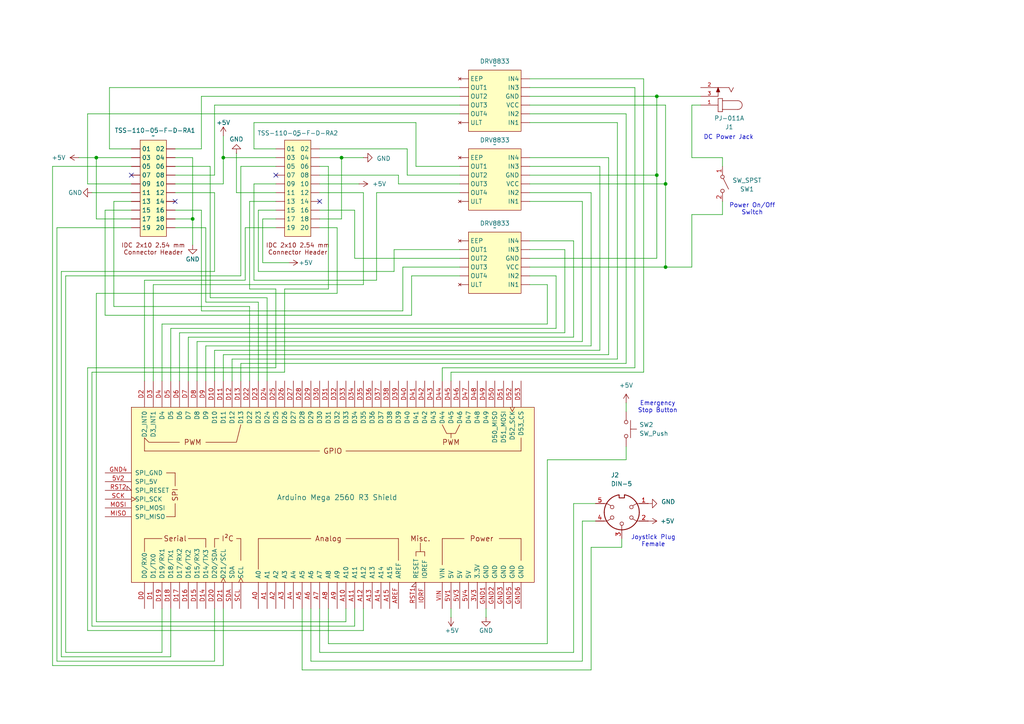
<source format=kicad_sch>
(kicad_sch (version 20231120) (generator "eeschema") (generator_version "8.0")
  (paper "A4")
  (lib_symbols
    (symbol "Connector:DIN-5" (pin_names (offset 1.016))
      (property "Reference" "J" (at 3.175 5.715 0))
      (property "Value" "DIN-5" (at 0 -6.35 0))
      (symbol "DIN-5_0_1"
        (arc (start -5.08 0) (mid -3.8609 -3.3364) (end -0.762 -5.08) (stroke (width 0.254)))
        (circle (center -2.794 -1.524) (radius 0.508))
        (circle (center -2.794 1.524) (radius 0.508))
        (polyline (pts (xy 0 5.08) (xy 0 3.81)))
        (polyline (pts (xy -5.08 -2.54) (xy -4.318 -2.54) (xy -3.175 -1.905)))
        (polyline (pts (xy -5.08 2.54) (xy -4.318 2.54) (xy -3.175 1.905)))
        (polyline (pts (xy 5.08 -2.54) (xy 4.318 -2.54) (xy 3.175 -1.905)))
        (polyline (pts (xy 5.08 2.54) (xy 4.318 2.54) (xy 3.175 1.905)))
        (polyline (pts (xy -0.762 -4.953) (xy -0.762 -4.191) (xy 0.762 -4.191) (xy 0.762 -4.953)) (stroke (width 0.254)))
        (circle (center 0 3.302) (radius 0.508))
        (arc (start 0.762 -5.08) (mid 3.8685 -3.343) (end 5.08 0) (stroke (width 0.254)))
        (circle (center 2.794 -1.524) (radius 0.508))
        (circle (center 2.794 1.524) (radius 0.508))
        (arc (start 5.08 0) (mid 0 5.0579) (end -5.08 0) (stroke (width 0.254)))
      )
      (symbol "DIN-5_1_1"
        (pin passive line (at -7.62 -2.54 0) (length 2.54) (name "~") (number "1"))
        (pin passive line (at -7.62 2.54 0) (length 2.54) (name "~") (number "2"))
        (pin passive line (at 0 7.62 270) (length 2.54) (name "~") (number "3"))
        (pin passive line (at 7.62 2.54 180) (length 2.54) (name "~") (number "4"))
        (pin passive line (at 7.62 -2.54 180) (length 2.54) (name "~") (number "5"))
      )
    )
    (symbol "MyLibrary:DRV8833"
      (property "Reference" "DRV8833" (at 0 -10.668 0))
      (symbol "DRV8833_1_1"
        (rectangle (start -7.62 8.89) (end 7.62 -8.89) (fill (type background)))
        (pin no_connect line (at -10.16 6.35 0) (length 2.54) (name "EEP") (number ""))
        (pin power_in line (at 10.16 1.27 180) (length 2.54) (name "GND") (number ""))
        (pin input line (at 10.16 -6.35 180) (length 2.54) (name "IN1") (number ""))
        (pin input line (at 10.16 -3.81 180) (length 2.54) (name "IN2") (number ""))
        (pin input line (at 10.16 3.81 180) (length 2.54) (name "IN3") (number ""))
        (pin input line (at 10.16 6.35 180) (length 2.54) (name "IN4") (number ""))
        (pin output line (at -10.16 3.81 0) (length 2.54) (name "OUT1") (number ""))
        (pin output line (at -10.16 1.27 0) (length 2.54) (name "OUT2") (number ""))
        (pin output line (at -10.16 -1.27 0) (length 2.54) (name "OUT3") (number ""))
        (pin output line (at -10.16 -3.81 0) (length 2.54) (name "OUT4") (number ""))
        (pin no_connect line (at -10.16 -6.35 0) (length 2.54) (name "ULT") (number ""))
        (pin power_in line (at 10.16 -1.27 180) (length 2.54) (name "VCC") (number ""))
      )
    )
    (symbol "MyLibrary:IDC 2x10 2.54mm  Connector Header"
      (property "Reference" "TSS-110-05-F-D-RA" (at 0.508 16.256 0))
      (symbol "IDC 2x10 2.54mm  Connector Header_1_1"
        (rectangle (start -3.81 13.97) (end 3.81 -13.97) (fill (type background)))
        (text "IDC 2x10 2.54 mm\nConnector Header" (at 0 -17.526 0) (effects (font (size 1.27 1.27))))
        (pin input line (at -6.35 11.43 0) (length 2.54) (name "01") (number ""))
        (pin input line (at 6.35 11.43 180) (length 2.54) (name "02") (number ""))
        (pin input line (at -6.35 8.89 0) (length 2.54) (name "03") (number ""))
        (pin input line (at 6.35 8.89 180) (length 2.54) (name "04") (number ""))
        (pin input line (at -6.35 6.35 0) (length 2.54) (name "05") (number ""))
        (pin input line (at 6.35 6.35 180) (length 2.54) (name "06") (number ""))
        (pin input line (at -6.35 3.81 0) (length 2.54) (name "07") (number ""))
        (pin input line (at 6.35 3.81 180) (length 2.54) (name "08") (number ""))
        (pin input line (at -6.35 1.27 0) (length 2.54) (name "09") (number ""))
        (pin input line (at 6.35 1.27 180) (length 2.54) (name "10") (number ""))
        (pin input line (at -6.35 -1.27 0) (length 2.54) (name "11") (number ""))
        (pin input line (at 6.35 -1.27 180) (length 2.54) (name "12") (number ""))
        (pin input line (at -6.35 -3.81 0) (length 2.54) (name "13") (number ""))
        (pin input line (at 6.35 -3.81 180) (length 2.54) (name "14") (number ""))
        (pin input line (at -6.35 -6.35 0) (length 2.54) (name "15") (number ""))
        (pin input line (at 6.35 -6.35 180) (length 2.54) (name "16") (number ""))
        (pin input line (at -6.35 -8.89 0) (length 2.54) (name "17") (number ""))
        (pin input line (at 6.35 -8.89 180) (length 2.54) (name "18") (number ""))
        (pin input line (at -6.35 -11.43 0) (length 2.54) (name "19") (number ""))
        (pin input line (at 6.35 -11.43 180) (length 2.54) (name "20") (number ""))
      )
    )
    (symbol "PCM_arduino-library:Arduino_Mega2560_R3_Shield" (pin_names (offset 1.016))
      (property "Reference" "A" (at 0 -62.23 0))
      (property "Value" "Arduino_Mega2560_R3_Shield" (at 0 -66.04 0))
      (symbol "Arduino_Mega2560_R3_Shield_0_0"
        (rectangle (start -25.4 -58.42) (end 25.4 58.42) (fill (type background)))
        (rectangle (start -20.32 -31.75) (end -12.7 -31.75))
        (rectangle (start -19.05 -54.61) (end -12.7 -54.61))
        (rectangle (start -19.05 -19.05) (end -12.7 -19.05))
        (rectangle (start -19.05 26.67) (end -12.7 26.67))
        (rectangle (start -17.78 -26.67) (end -16.51 -26.67))
        (rectangle (start -17.78 -24.13) (end -16.51 -24.13))
        (rectangle (start -16.51 -25.4) (end -13.97 -25.4))
        (rectangle (start -16.51 -24.13) (end -16.51 -26.67))
        (rectangle (start -16.51 54.61) (end -12.7 54.61))
        (rectangle (start -15.24 34.29) (end -12.7 34.29))
        (rectangle (start -15.24 36.83) (end -12.7 36.83))
        (rectangle (start -12.7 -54.61) (end -12.7 -48.26))
        (rectangle (start -12.7 -31.75) (end -12.7 -38.1))
        (rectangle (start -12.7 26.67) (end -12.7 27.94))
        (rectangle (start -12.7 34.29) (end -12.7 33.02))
        (rectangle (start -12.7 41.91) (end -12.7 36.83))
        (rectangle (start -12.7 49.53) (end -12.7 54.61))
        (rectangle (start -6.35 48.26) (end -6.35 45.72))
        (rectangle (start -2.54 45.72) (end -6.35 45.72))
        (polyline (pts (xy -21.59 21.59) (xy -12.7 21.59)))
        (polyline (pts (xy -12.7 -19.05) (xy -12.7 -3.81)))
        (polyline (pts (xy -12.7 6.35) (xy -12.7 21.59)))
        (polyline (pts (xy 12.7 -54.61) (xy 16.51 -54.61)))
        (polyline (pts (xy 12.7 54.61) (xy 16.51 54.61)))
        (polyline (pts (xy 17.78 -34.29) (xy 16.51 -34.29)))
        (polyline (pts (xy 15.24 36.83) (xy 15.24 27.94) (xy 20.32 26.67)))
        (polyline (pts (xy 15.24 44.45) (xy 15.24 53.34) (xy 16.51 54.61)))
        (polyline (pts (xy 20.32 -31.75) (xy 17.78 -33.02) (xy 17.78 -35.56) (xy 20.32 -36.83)))
        (rectangle (start 6.35 45.72) (end 2.54 45.72))
        (rectangle (start 6.35 48.26) (end 6.35 45.72))
        (text "Analog" (at -12.7 1.27 900) (effects (font (size 1.524 1.524))))
        (text "I²C" (at -12.7 30.48 900) (effects (font (size 1.524 1.524))))
        (text "Misc." (at -12.7 -25.4 900) (effects (font (size 1.524 1.524))))
        (text "Power" (at -12.7 -43.18 900) (effects (font (size 1.524 1.524))))
        (text "PWM" (at 15.24 -34.29 900) (effects (font (size 1.524 1.524))))
        (text "PWM" (at 15.24 40.64 900) (effects (font (size 1.524 1.524))))
        (text "Serial" (at -12.7 45.72 900) (effects (font (size 1.524 1.524))))
        (text "SPI" (at 0 45.72 0) (effects (font (size 1.524 1.524))))
      )
      (symbol "Arduino_Mega2560_R3_Shield_1_0"
        (rectangle (start 12.7 -54.61) (end 12.7 -3.81))
        (rectangle (start 12.7 54.61) (end 12.7 3.81))
        (text "GPIO" (at 12.7 0 900) (effects (font (size 1.524 1.524))))
      )
      (symbol "Arduino_Mega2560_R3_Shield_1_1"
        (pin power_out line (at -33.02 -41.91 0) (length 7.62) (name "3.3V") (number "3V3"))
        (pin power_in line (at -33.02 -34.29 0) (length 7.62) (name "5V") (number "5V1"))
        (pin power_in line (at 3.81 66.04 270) (length 7.62) (name "SPI_5V") (number "5V2"))
        (pin power_in line (at -33.02 -36.83 0) (length 7.62) (name "5V") (number "5V3"))
        (pin power_in line (at -33.02 -39.37 0) (length 7.62) (name "5V") (number "5V4"))
        (pin bidirectional line (at -33.02 21.59 0) (length 7.62) (name "A0") (number "A0"))
        (pin bidirectional line (at -33.02 19.05 0) (length 7.62) (name "A1") (number "A1"))
        (pin bidirectional line (at -33.02 -3.81 0) (length 7.62) (name "A10") (number "A10"))
        (pin bidirectional line (at -33.02 -6.35 0) (length 7.62) (name "A11") (number "A11"))
        (pin bidirectional line (at -33.02 -8.89 0) (length 7.62) (name "A12") (number "A12"))
        (pin bidirectional line (at -33.02 -11.43 0) (length 7.62) (name "A13") (number "A13"))
        (pin bidirectional line (at -33.02 -13.97 0) (length 7.62) (name "A14") (number "A14"))
        (pin bidirectional line (at -33.02 -16.51 0) (length 7.62) (name "A15") (number "A15"))
        (pin bidirectional line (at -33.02 16.51 0) (length 7.62) (name "A2") (number "A2"))
        (pin bidirectional line (at -33.02 13.97 0) (length 7.62) (name "A3") (number "A3"))
        (pin bidirectional line (at -33.02 11.43 0) (length 7.62) (name "A4") (number "A4"))
        (pin bidirectional line (at -33.02 8.89 0) (length 7.62) (name "A5") (number "A5"))
        (pin bidirectional line (at -33.02 6.35 0) (length 7.62) (name "A6") (number "A6"))
        (pin bidirectional line (at -33.02 3.81 0) (length 7.62) (name "A7") (number "A7"))
        (pin bidirectional line (at -33.02 1.27 0) (length 7.62) (name "A8") (number "A8"))
        (pin bidirectional line (at -33.02 -1.27 0) (length 7.62) (name "A9") (number "A9"))
        (pin input line (at -33.02 -19.05 0) (length 7.62) (name "AREF") (number "AREF"))
        (pin bidirectional line (at -33.02 54.61 0) (length 7.62) (name "D0/RX0") (number "D0"))
        (pin bidirectional line (at -33.02 52.07 0) (length 7.62) (name "D1/TX0") (number "D1"))
        (pin bidirectional line (at 33.02 34.29 180) (length 7.62) (name "D10") (number "D10"))
        (pin bidirectional line (at 33.02 31.75 180) (length 7.62) (name "D11") (number "D11"))
        (pin bidirectional line (at 33.02 29.21 180) (length 7.62) (name "D12") (number "D12"))
        (pin bidirectional line (at 33.02 26.67 180) (length 7.62) (name "D13") (number "D13"))
        (pin bidirectional line (at -33.02 36.83 0) (length 7.62) (name "D14/TX3") (number "D14"))
        (pin bidirectional line (at -33.02 39.37 0) (length 7.62) (name "D15/RX3") (number "D15"))
        (pin bidirectional line (at -33.02 41.91 0) (length 7.62) (name "D16/TX2") (number "D16"))
        (pin bidirectional line (at -33.02 44.45 0) (length 7.62) (name "D17/RX2") (number "D17"))
        (pin bidirectional line (at -33.02 46.99 0) (length 7.62) (name "D18/TX1") (number "D18"))
        (pin bidirectional line (at -33.02 49.53 0) (length 7.62) (name "D19/RX1") (number "D19"))
        (pin bidirectional line (at 33.02 54.61 180) (length 7.62) (name "D2_INT0") (number "D2"))
        (pin bidirectional line (at -33.02 34.29 0) (length 7.62) (name "D20/SDA") (number "D20"))
        (pin bidirectional clock (at -33.02 31.75 0) (length 7.62) (name "D21/SCL") (number "D21"))
        (pin bidirectional line (at 33.02 24.13 180) (length 7.62) (name "D22") (number "D22"))
        (pin bidirectional line (at 33.02 21.59 180) (length 7.62) (name "D23") (number "D23"))
        (pin bidirectional line (at 33.02 19.05 180) (length 7.62) (name "D24") (number "D24"))
        (pin bidirectional line (at 33.02 16.51 180) (length 7.62) (name "D25") (number "D25"))
        (pin bidirectional line (at 33.02 13.97 180) (length 7.62) (name "D26") (number "D26"))
        (pin bidirectional line (at 33.02 11.43 180) (length 7.62) (name "D27") (number "D27"))
        (pin bidirectional line (at 33.02 8.89 180) (length 7.62) (name "D28") (number "D28"))
        (pin bidirectional line (at 33.02 6.35 180) (length 7.62) (name "D29") (number "D29"))
        (pin bidirectional line (at 33.02 52.07 180) (length 7.62) (name "D3_INT1") (number "D3"))
        (pin bidirectional line (at 33.02 3.81 180) (length 7.62) (name "D30") (number "D30"))
        (pin bidirectional line (at 33.02 1.27 180) (length 7.62) (name "D31") (number "D31"))
        (pin bidirectional line (at 33.02 -1.27 180) (length 7.62) (name "D32") (number "D32"))
        (pin bidirectional line (at 33.02 -3.81 180) (length 7.62) (name "D33") (number "D33"))
        (pin bidirectional line (at 33.02 -6.35 180) (length 7.62) (name "D34") (number "D34"))
        (pin bidirectional line (at 33.02 -8.89 180) (length 7.62) (name "D35") (number "D35"))
        (pin bidirectional line (at 33.02 -11.43 180) (length 7.62) (name "D36") (number "D36"))
        (pin bidirectional line (at 33.02 -13.97 180) (length 7.62) (name "D37") (number "D37"))
        (pin bidirectional line (at 33.02 -16.51 180) (length 7.62) (name "D38") (number "D38"))
        (pin bidirectional line (at 33.02 -19.05 180) (length 7.62) (name "D39") (number "D39"))
        (pin bidirectional line (at 33.02 49.53 180) (length 7.62) (name "D4") (number "D4"))
        (pin bidirectional line (at 33.02 -21.59 180) (length 7.62) (name "D40") (number "D40"))
        (pin bidirectional line (at 33.02 -24.13 180) (length 7.62) (name "D41") (number "D41"))
        (pin bidirectional line (at 33.02 -26.67 180) (length 7.62) (name "D42") (number "D42"))
        (pin bidirectional line (at 33.02 -29.21 180) (length 7.62) (name "D43") (number "D43"))
        (pin bidirectional line (at 33.02 -31.75 180) (length 7.62) (name "D44") (number "D44"))
        (pin bidirectional line (at 33.02 -34.29 180) (length 7.62) (name "D45") (number "D45"))
        (pin bidirectional line (at 33.02 -36.83 180) (length 7.62) (name "D46") (number "D46"))
        (pin bidirectional line (at 33.02 -39.37 180) (length 7.62) (name "D47") (number "D47"))
        (pin bidirectional line (at 33.02 -41.91 180) (length 7.62) (name "D48") (number "D48"))
        (pin bidirectional line (at 33.02 -44.45 180) (length 7.62) (name "D49") (number "D49"))
        (pin bidirectional line (at 33.02 46.99 180) (length 7.62) (name "D5") (number "D5"))
        (pin bidirectional line (at 33.02 -46.99 180) (length 7.62) (name "D50_MISO") (number "D50"))
        (pin bidirectional line (at 33.02 -49.53 180) (length 7.62) (name "D51_MOSI") (number "D51"))
        (pin bidirectional clock (at 33.02 -52.07 180) (length 7.62) (name "D52_SCK") (number "D52"))
        (pin bidirectional line (at 33.02 -54.61 180) (length 7.62) (name "D53_CS") (number "D53"))
        (pin bidirectional line (at 33.02 44.45 180) (length 7.62) (name "D6") (number "D6"))
        (pin bidirectional line (at 33.02 41.91 180) (length 7.62) (name "D7") (number "D7"))
        (pin bidirectional line (at 33.02 39.37 180) (length 7.62) (name "D8") (number "D8"))
        (pin bidirectional line (at 33.02 36.83 180) (length 7.62) (name "D9") (number "D9"))
        (pin power_in line (at -33.02 -44.45 0) (length 7.62) (name "GND") (number "GND1"))
        (pin power_in line (at -33.02 -46.99 0) (length 7.62) (name "GND") (number "GND2"))
        (pin power_in line (at -33.02 -49.53 0) (length 7.62) (name "GND") (number "GND3"))
        (pin power_in line (at 6.35 66.04 270) (length 7.62) (name "SPI_GND") (number "GND4"))
        (pin power_in line (at -33.02 -52.07 0) (length 7.62) (name "GND") (number "GND5"))
        (pin power_in line (at -33.02 -54.61 0) (length 7.62) (name "GND") (number "GND6"))
        (pin output line (at -33.02 -26.67 0) (length 7.62) (name "IOREF") (number "IORF"))
        (pin input line (at -6.35 66.04 270) (length 7.62) (name "SPI_MISO") (number "MISO"))
        (pin output line (at -3.81 66.04 270) (length 7.62) (name "SPI_MOSI") (number "MOSI"))
        (pin open_collector input_low (at -33.02 -24.13 0) (length 7.62) (name "RESET") (number "RST1"))
        (pin open_collector input_low (at 1.27 66.04 270) (length 7.62) (name "SPI_RESET") (number "RST2"))
        (pin output clock (at -1.27 66.04 270) (length 7.62) (name "SPI_SCK") (number "SCK"))
        (pin bidirectional clock (at -33.02 26.67 0) (length 7.62) (name "SCL") (number "SCL"))
        (pin bidirectional line (at -33.02 29.21 0) (length 7.62) (name "SDA") (number "SDA"))
        (pin power_in line (at -33.02 -31.75 0) (length 7.62) (name "VIN") (number "VIN"))
      )
    )
    (symbol "PJ-011A:PJ-011A" (pin_names (offset 1.016))
      (property "Reference" "J" (at -7.6337 5.0891 0))
      (property "Value" "PJ-011A" (at -7.6303 -5.0869 0))
      (symbol "PJ-011A_0_0"
        (arc (start -5.715 3.81) (mid -6.9794 2.54) (end -5.715 1.27) (stroke (width 0.1524)))
        (polyline (pts (xy -5.715 3.81) (xy -1.27 3.81)) (stroke (width 0.1524)))
        (polyline (pts (xy -3.81 -1.27) (xy -4.445 -2.54)) (stroke (width 0.1524)))
        (polyline (pts (xy -3.175 -2.54) (xy -3.81 -1.27)) (stroke (width 0.1524)))
        (polyline (pts (xy -1.27 0.635) (xy 0 0.635)) (stroke (width 0.1524)))
        (polyline (pts (xy -1.27 1.27) (xy -5.715 1.27)) (stroke (width 0.1524)))
        (polyline (pts (xy -1.27 1.27) (xy -1.27 0.635)) (stroke (width 0.1524)))
        (polyline (pts (xy -1.27 3.81) (xy -1.27 1.27)) (stroke (width 0.1524)))
        (polyline (pts (xy -1.27 4.445) (xy -1.27 3.81)) (stroke (width 0.1524)))
        (polyline (pts (xy 0 -2.54) (xy -3.175 -2.54)) (stroke (width 0.1524)))
        (polyline (pts (xy 0 0) (xy 0 -2.54)) (stroke (width 0.1524)))
        (polyline (pts (xy 0 0.635) (xy 0 4.445)) (stroke (width 0.1524)))
        (polyline (pts (xy 0 4.445) (xy -1.27 4.445)) (stroke (width 0.1524)))
        (polyline (pts (xy 0 -2.54) (xy -0.508 -1.27) (xy 0.508 -1.27) (xy 0 -2.54)) (stroke (width 0.1524)) (fill (type outline)))
        (pin passive line (at 5.08 2.54 180) (length 5.08) (name "~") (number "1"))
        (pin passive line (at 5.08 -2.54 180) (length 5.08) (name "~") (number "2"))
        (pin passive line (at 5.08 0 180) (length 5.08) (name "~") (number "3"))
      )
    )
    (symbol "Switch:SW_Push" (pin_numbers hide) (pin_names (offset 1.016) hide)
      (property "Reference" "SW" (at 1.27 2.54 0))
      (property "Value" "SW_Push" (at 0 -1.524 0))
      (symbol "SW_Push_0_1"
        (circle (center -2.032 0) (radius 0.508))
        (polyline (pts (xy 0 1.27) (xy 0 3.048)))
        (polyline (pts (xy 2.54 1.27) (xy -2.54 1.27)))
        (circle (center 2.032 0) (radius 0.508))
        (pin passive line (at -5.08 0 0) (length 2.54) (name "1") (number "1"))
        (pin passive line (at 5.08 0 180) (length 2.54) (name "2") (number "2"))
      )
    )
    (symbol "Switch:SW_SPST" (pin_names (offset 0) hide)
      (property "Reference" "SW" (at 0 3.175 0))
      (property "Value" "SW_SPST" (at 0 -2.54 0))
      (symbol "SW_SPST_0_0"
        (circle (center -2.032 0) (radius 0.508))
        (polyline (pts (xy -1.524 0.254) (xy 1.524 1.778)))
        (circle (center 2.032 0) (radius 0.508))
      )
      (symbol "SW_SPST_1_1"
        (pin passive line (at -5.08 0 0) (length 2.54) (name "A") (number "1"))
        (pin passive line (at 5.08 0 180) (length 2.54) (name "B") (number "2"))
      )
    )
    (symbol "power:+5V" (power) (pin_numbers hide) (pin_names (offset 0) hide)
      (property "Value" "+5V" (at 0 3.556 0))
      (symbol "+5V_0_1"
        (polyline (pts (xy -0.762 1.27) (xy 0 2.54)))
        (polyline (pts (xy 0 0) (xy 0 2.54)))
        (polyline (pts (xy 0 2.54) (xy 0.762 1.27)))
      )
      (symbol "+5V_1_1"
        (pin power_in line (at 0 0 90) (length 0) (name "~") (number "1"))
      )
    )
    (symbol "power:GND" (power) (pin_numbers hide) (pin_names (offset 0) hide)
      (property "Value" "GND" (at 0 -3.81 0))
      (symbol "GND_0_1"
        (polyline (pts (xy 0 0) (xy 0 -1.27) (xy 1.27 -1.27) (xy 0 -2.54) (xy -1.27 -1.27) (xy 0 -1.27)))
      )
      (symbol "GND_1_1"
        (pin power_in line (at 0 0 270) (length 0) (name "~") (number "1"))
      )
    )
  )
  (junction (at 99.06 45.72))
  (junction (at 27.94 45.72))
  (junction (at 193.04 77.47))
  (junction (at 193.04 53.34))
  (junction (at 64.77 45.72))
  (junction (at 190.5 27.94))
  (junction (at 55.88 63.5))
  (junction (at 190.5 50.8))
  (no_connect (at 92.71 58.42))
  (no_connect (at 80.01 50.8))
  (no_connect (at 50.8 58.42))
  (no_connect (at 38.1 50.8))
  (wire (pts (xy 158.75 133.35) (xy 181.61 133.35)))
  (wire (pts (xy 26.67 107.95) (xy 26.67 181.61)))
  (wire (pts (xy 38.1 60.96) (xy 30.48 60.96)))
  (wire (pts (xy 59.69 100.33) (xy 171.45 100.33)))
  (wire (pts (xy 102.87 181.61) (xy 102.87 176.53)))
  (wire (pts (xy 49.53 95.25) (xy 161.29 95.25)))
  (wire (pts (xy 80.01 53.34) (xy 73.66 53.34)))
  (wire (pts (xy 38.1 58.42) (xy 33.02 58.42)))
  (wire (pts (xy 171.45 158.75) (xy 180.34 158.75)))
  (wire (pts (xy 25.4 106.68) (xy 25.4 182.88)))
  (wire (pts (xy 68.58 44.45) (xy 68.58 55.88)))
  (wire (pts (xy 59.69 87.63) (xy 74.93 87.63)))
  (wire (pts (xy 116.84 90.17) (xy 58.42 90.17)))
  (wire (pts (xy 62.23 110.49) (xy 62.23 101.6)))
  (wire (pts (xy 153.67 27.94) (xy 190.5 27.94)))
  (wire (pts (xy 27.94 63.5) (xy 38.1 63.5)))
  (wire (pts (xy 90.17 191.77) (xy 168.91 191.77)))
  (wire (pts (xy 41.91 81.28) (xy 41.91 110.49)))
  (wire (pts (xy 133.35 50.8) (xy 118.11 50.8)))
  (wire (pts (xy 69.85 110.49) (xy 69.85 105.41)))
  (wire (pts (xy 114.3 78.74) (xy 114.3 72.39)))
  (wire (pts (xy 80.01 83.82) (xy 80.01 106.68)))
  (wire (pts (xy 179.07 104.14) (xy 179.07 35.56)))
  (wire (pts (xy 16.51 66.04) (xy 38.1 66.04)))
  (wire (pts (xy 153.67 45.72) (xy 176.53 45.72)))
  (wire (pts (xy 55.88 63.5) (xy 55.88 45.72)))
  (wire (pts (xy 115.57 50.8) (xy 115.57 53.34)))
  (wire (pts (xy 105.41 82.55) (xy 105.41 55.88)))
  (wire (pts (xy 133.35 30.48) (xy 62.23 30.48)))
  (wire (pts (xy 55.88 63.5) (xy 55.88 71.12)))
  (wire (pts (xy 73.66 81.28) (xy 109.22 81.28)))
  (wire (pts (xy 67.31 104.14) (xy 179.07 104.14)))
  (wire (pts (xy 153.67 35.56) (xy 179.07 35.56)))
  (wire (pts (xy 77.47 86.36) (xy 77.47 110.49)))
  (wire (pts (xy 25.4 53.34) (xy 38.1 53.34)))
  (wire (pts (xy 30.48 91.44) (xy 119.38 91.44)))
  (wire (pts (xy 184.15 106.68) (xy 128.27 106.68)))
  (wire (pts (xy 83.82 76.2) (xy 76.2 76.2)))
  (wire (pts (xy 168.91 151.13) (xy 168.91 191.77)))
  (wire (pts (xy 68.58 55.88) (xy 80.01 55.88)))
  (wire (pts (xy 50.8 45.72) (xy 55.88 45.72)))
  (wire (pts (xy 158.75 93.98) (xy 46.99 93.98)))
  (wire (pts (xy 31.75 25.4) (xy 31.75 43.18)))
  (wire (pts (xy 153.67 48.26) (xy 173.99 48.26)))
  (wire (pts (xy 80.01 60.96) (xy 74.93 60.96)))
  (wire (pts (xy 64.77 176.53) (xy 64.77 193.04)))
  (wire (pts (xy 130.81 110.49) (xy 130.81 107.95)))
  (wire (pts (xy 54.61 97.79) (xy 166.37 97.79)))
  (wire (pts (xy 92.71 63.5) (xy 99.06 63.5)))
  (wire (pts (xy 15.24 193.04) (xy 15.24 48.26)))
  (wire (pts (xy 92.71 45.72) (xy 99.06 45.72)))
  (wire (pts (xy 153.67 55.88) (xy 171.45 55.88)))
  (wire (pts (xy 74.93 60.96) (xy 74.93 78.74)))
  (wire (pts (xy 166.37 69.85) (xy 153.67 69.85)))
  (wire (pts (xy 158.75 82.55) (xy 158.75 93.98)))
  (wire (pts (xy 115.57 53.34) (xy 133.35 53.34)))
  (wire (pts (xy 168.91 99.06) (xy 168.91 58.42)))
  (wire (pts (xy 50.8 66.04) (xy 59.69 66.04)))
  (wire (pts (xy 200.66 62.23) (xy 200.66 77.47)))
  (wire (pts (xy 27.94 45.72) (xy 27.94 63.5)))
  (wire (pts (xy 190.5 50.8) (xy 190.5 74.93)))
  (wire (pts (xy 62.23 55.88) (xy 50.8 55.88)))
  (wire (pts (xy 62.23 191.77) (xy 62.23 176.53)))
  (wire (pts (xy 95.25 83.82) (xy 82.55 83.82)))
  (wire (pts (xy 74.93 78.74) (xy 114.3 78.74)))
  (wire (pts (xy 60.96 86.36) (xy 77.47 86.36)))
  (wire (pts (xy 58.42 27.94) (xy 133.35 27.94)))
  (wire (pts (xy 166.37 146.05) (xy 166.37 189.23)))
  (wire (pts (xy 33.02 88.9) (xy 72.39 88.9)))
  (wire (pts (xy 46.99 189.23) (xy 19.05 189.23)))
  (wire (pts (xy 130.81 107.95) (xy 186.69 107.95)))
  (wire (pts (xy 19.05 80.01) (xy 69.85 80.01)))
  (wire (pts (xy 200.66 62.23) (xy 209.55 62.23)))
  (wire (pts (xy 114.3 72.39) (xy 133.35 72.39)))
  (wire (pts (xy 16.51 191.77) (xy 16.51 66.04)))
  (wire (pts (xy 133.35 77.47) (xy 116.84 77.47)))
  (wire (pts (xy 130.81 176.53) (xy 130.81 179.07)))
  (wire (pts (xy 44.45 82.55) (xy 105.41 82.55)))
  (wire (pts (xy 109.22 55.88) (xy 133.35 55.88)))
  (wire (pts (xy 200.66 77.47) (xy 193.04 77.47)))
  (wire (pts (xy 76.2 63.5) (xy 80.01 63.5)))
  (wire (pts (xy 119.38 80.01) (xy 133.35 80.01)))
  (wire (pts (xy 82.55 107.95) (xy 26.67 107.95)))
  (wire (pts (xy 69.85 48.26) (xy 80.01 48.26)))
  (wire (pts (xy 31.75 25.4) (xy 133.35 25.4)))
  (wire (pts (xy 92.71 43.18) (xy 118.11 43.18)))
  (wire (pts (xy 72.39 58.42) (xy 72.39 83.82)))
  (wire (pts (xy 27.94 180.34) (xy 100.33 180.34)))
  (wire (pts (xy 181.61 116.84) (xy 181.61 119.38)))
  (wire (pts (xy 17.78 78.74) (xy 17.78 190.5)))
  (wire (pts (xy 133.35 33.02) (xy 25.4 33.02)))
  (wire (pts (xy 193.04 53.34) (xy 193.04 77.47)))
  (wire (pts (xy 44.45 82.55) (xy 44.45 110.49)))
  (wire (pts (xy 71.12 66.04) (xy 71.12 81.28)))
  (wire (pts (xy 119.38 91.44) (xy 119.38 80.01)))
  (wire (pts (xy 161.29 80.01) (xy 153.67 80.01)))
  (wire (pts (xy 173.99 101.6) (xy 173.99 48.26)))
  (wire (pts (xy 62.23 101.6) (xy 173.99 101.6)))
  (wire (pts (xy 87.63 194.31) (xy 171.45 194.31)))
  (wire (pts (xy 62.23 78.74) (xy 62.23 55.88)))
  (wire (pts (xy 102.87 60.96) (xy 102.87 74.93)))
  (wire (pts (xy 30.48 60.96) (xy 30.48 91.44)))
  (wire (pts (xy 95.25 48.26) (xy 95.25 83.82)))
  (wire (pts (xy 153.67 30.48) (xy 193.04 30.48)))
  (wire (pts (xy 102.87 74.93) (xy 133.35 74.93)))
  (wire (pts (xy 73.66 53.34) (xy 73.66 81.28)))
  (wire (pts (xy 97.79 66.04) (xy 97.79 85.09)))
  (wire (pts (xy 33.02 58.42) (xy 33.02 88.9)))
  (wire (pts (xy 153.67 58.42) (xy 168.91 58.42)))
  (wire (pts (xy 73.66 43.18) (xy 80.01 43.18)))
  (wire (pts (xy 49.53 110.49) (xy 49.53 95.25)))
  (wire (pts (xy 74.93 87.63) (xy 74.93 110.49)))
  (wire (pts (xy 64.77 45.72) (xy 64.77 39.37)))
  (wire (pts (xy 87.63 194.31) (xy 87.63 176.53)))
  (wire (pts (xy 153.67 50.8) (xy 190.5 50.8)))
  (wire (pts (xy 25.4 33.02) (xy 25.4 53.34)))
  (wire (pts (xy 140.97 176.53) (xy 140.97 179.07)))
  (wire (pts (xy 99.06 63.5) (xy 99.06 45.72)))
  (wire (pts (xy 172.72 146.05) (xy 166.37 146.05)))
  (wire (pts (xy 153.67 82.55) (xy 158.75 82.55)))
  (wire (pts (xy 186.69 22.86) (xy 153.67 22.86)))
  (wire (pts (xy 193.04 77.47) (xy 153.67 77.47)))
  (wire (pts (xy 69.85 80.01) (xy 69.85 48.26)))
  (wire (pts (xy 82.55 83.82) (xy 82.55 107.95)))
  (wire (pts (xy 19.05 189.23) (xy 19.05 80.01)))
  (wire (pts (xy 46.99 93.98) (xy 46.99 110.49)))
  (wire (pts (xy 64.77 193.04) (xy 15.24 193.04)))
  (wire (pts (xy 190.5 27.94) (xy 203.2 27.94)))
  (wire (pts (xy 22.86 45.72) (xy 27.94 45.72)))
  (wire (pts (xy 153.67 25.4) (xy 184.15 25.4)))
  (wire (pts (xy 105.41 55.88) (xy 92.71 55.88)))
  (wire (pts (xy 16.51 191.77) (xy 62.23 191.77)))
  (wire (pts (xy 105.41 182.88) (xy 105.41 176.53)))
  (wire (pts (xy 153.67 72.39) (xy 163.83 72.39)))
  (wire (pts (xy 46.99 176.53) (xy 46.99 189.23)))
  (wire (pts (xy 73.66 35.56) (xy 73.66 43.18)))
  (wire (pts (xy 72.39 88.9) (xy 72.39 110.49)))
  (wire (pts (xy 92.71 189.23) (xy 166.37 189.23)))
  (wire (pts (xy 163.83 96.52) (xy 163.83 72.39)))
  (wire (pts (xy 27.94 85.09) (xy 97.79 85.09)))
  (wire (pts (xy 190.5 27.94) (xy 190.5 50.8)))
  (wire (pts (xy 58.42 90.17) (xy 58.42 60.96)))
  (wire (pts (xy 153.67 33.02) (xy 181.61 33.02)))
  (wire (pts (xy 58.42 60.96) (xy 50.8 60.96)))
  (wire (pts (xy 50.8 50.8) (xy 62.23 50.8)))
  (wire (pts (xy 57.15 110.49) (xy 57.15 99.06)))
  (wire (pts (xy 92.71 66.04) (xy 97.79 66.04)))
  (wire (pts (xy 60.96 48.26) (xy 50.8 48.26)))
  (wire (pts (xy 59.69 110.49) (xy 59.69 100.33)))
  (wire (pts (xy 100.33 180.34) (xy 100.33 176.53)))
  (wire (pts (xy 54.61 110.49) (xy 54.61 97.79)))
  (wire (pts (xy 50.8 53.34) (xy 64.77 53.34)))
  (wire (pts (xy 17.78 78.74) (xy 62.23 78.74)))
  (wire (pts (xy 57.15 99.06) (xy 168.91 99.06)))
  (wire (pts (xy 158.75 133.35) (xy 158.75 186.69)))
  (wire (pts (xy 153.67 74.93) (xy 190.5 74.93)))
  (wire (pts (xy 15.24 48.26) (xy 38.1 48.26)))
  (wire (pts (xy 171.45 158.75) (xy 171.45 194.31)))
  (wire (pts (xy 76.2 76.2) (xy 76.2 63.5)))
  (wire (pts (xy 209.55 62.23) (xy 209.55 58.42)))
  (wire (pts (xy 27.94 85.09) (xy 27.94 180.34)))
  (wire (pts (xy 27.94 45.72) (xy 38.1 45.72)))
  (wire (pts (xy 200.66 30.48) (xy 200.66 45.72)))
  (wire (pts (xy 161.29 95.25) (xy 161.29 80.01)))
  (wire (pts (xy 95.25 186.69) (xy 95.25 176.53)))
  (wire (pts (xy 71.12 81.28) (xy 41.91 81.28)))
  (wire (pts (xy 92.71 50.8) (xy 115.57 50.8)))
  (wire (pts (xy 64.77 110.49) (xy 64.77 102.87)))
  (wire (pts (xy 72.39 58.42) (xy 80.01 58.42)))
  (wire (pts (xy 52.07 96.52) (xy 163.83 96.52)))
  (wire (pts (xy 180.34 156.21) (xy 180.34 158.75)))
  (wire (pts (xy 172.72 151.13) (xy 168.91 151.13)))
  (wire (pts (xy 105.41 45.72) (xy 99.06 45.72)))
  (wire (pts (xy 67.31 110.49) (xy 67.31 104.14)))
  (wire (pts (xy 31.75 43.18) (xy 38.1 43.18)))
  (wire (pts (xy 60.96 48.26) (xy 60.96 86.36)))
  (wire (pts (xy 92.71 60.96) (xy 102.87 60.96)))
  (wire (pts (xy 58.42 27.94) (xy 58.42 43.18)))
  (wire (pts (xy 64.77 45.72) (xy 80.01 45.72)))
  (wire (pts (xy 25.4 182.88) (xy 105.41 182.88)))
  (wire (pts (xy 92.71 48.26) (xy 95.25 48.26)))
  (wire (pts (xy 186.69 107.95) (xy 186.69 22.86)))
  (wire (pts (xy 50.8 63.5) (xy 55.88 63.5)))
  (wire (pts (xy 58.42 43.18) (xy 50.8 43.18)))
  (wire (pts (xy 184.15 25.4) (xy 184.15 106.68)))
  (wire (pts (xy 120.65 48.26) (xy 120.65 35.56)))
  (wire (pts (xy 62.23 30.48) (xy 62.23 50.8)))
  (wire (pts (xy 166.37 97.79) (xy 166.37 69.85)))
  (wire (pts (xy 59.69 66.04) (xy 59.69 87.63)))
  (wire (pts (xy 133.35 48.26) (xy 120.65 48.26)))
  (wire (pts (xy 52.07 110.49) (xy 52.07 96.52)))
  (wire (pts (xy 109.22 81.28) (xy 109.22 55.88)))
  (wire (pts (xy 90.17 191.77) (xy 90.17 176.53)))
  (wire (pts (xy 116.84 77.47) (xy 116.84 90.17)))
  (wire (pts (xy 64.77 102.87) (xy 176.53 102.87)))
  (wire (pts (xy 64.77 45.72) (xy 64.77 53.34)))
  (wire (pts (xy 153.67 53.34) (xy 193.04 53.34)))
  (wire (pts (xy 80.01 66.04) (xy 71.12 66.04)))
  (wire (pts (xy 80.01 106.68) (xy 25.4 106.68)))
  (wire (pts (xy 92.71 189.23) (xy 92.71 176.53)))
  (wire (pts (xy 118.11 50.8) (xy 118.11 43.18)))
  (wire (pts (xy 209.55 45.72) (xy 209.55 48.26)))
  (wire (pts (xy 200.66 30.48) (xy 203.2 30.48)))
  (wire (pts (xy 181.61 105.41) (xy 181.61 33.02)))
  (wire (pts (xy 72.39 83.82) (xy 80.01 83.82)))
  (wire (pts (xy 49.53 190.5) (xy 49.53 176.53)))
  (wire (pts (xy 17.78 190.5) (xy 49.53 190.5)))
  (wire (pts (xy 69.85 105.41) (xy 181.61 105.41)))
  (wire (pts (xy 193.04 30.48) (xy 193.04 53.34)))
  (wire (pts (xy 26.67 55.88) (xy 38.1 55.88)))
  (wire (pts (xy 176.53 102.87) (xy 176.53 45.72)))
  (wire (pts (xy 200.66 45.72) (xy 209.55 45.72)))
  (wire (pts (xy 181.61 133.35) (xy 181.61 129.54)))
  (wire (pts (xy 26.67 181.61) (xy 102.87 181.61)))
  (wire (pts (xy 120.65 35.56) (xy 73.66 35.56)))
  (wire (pts (xy 92.71 53.34) (xy 104.14 53.34)))
  (wire (pts (xy 171.45 100.33) (xy 171.45 55.88)))
  (wire (pts (xy 158.75 186.69) (xy 95.25 186.69)))
  (wire (pts (xy 128.27 106.68) (xy 128.27 110.49)))
  (text "DC Power Jack" (at 211.328 39.878 0) (effects (font (size 1.27 1.27))))
  (text "Power On/Off\nSwitch" (at 218.186 60.706 0) (effects (font (size 1.27 1.27))))
  (text "Joystick Plug\nFemale" (at 189.484 156.972 0) (effects (font (size 1.27 1.27))))
  (text "Emergency\nStop Button" (at 190.754 118.11 0) (effects (font (size 1.27 1.27))))
  (symbol (lib_id "MyLibrary:DRV8833") (at 143.51 52.07 0) (unit 1)
    (property "Reference" "DRV8833" (at 143.51 40.64 0))
    (property "Value" "~" (at 143.51 41.91 0))
  )
  (symbol (lib_id "MyLibrary:DRV8833") (at 143.51 76.2 0) (unit 1)
    (property "Reference" "DRV8833" (at 143.51 64.77 0))
    (property "Value" "~" (at 143.51 66.04 0))
  )
  (symbol (lib_id "power:GND") (at 55.88 71.12 0) (unit 1)
    (property "Reference" "#PWR03" (effects (hide yes)))
    (property "Value" "GND" (at 57.912 75.184 0) (effects (justify right)))
    (property "Description" "Power symbol creates a global label with name \"GND\" , ground" (effects (hide yes)))
  )
  (symbol (lib_id "MyLibrary:IDC 2x10 2.54mm  Connector Header") (at 44.45 54.61 0) (unit 1)
    (property "Reference" "TSS-110-05-F-D-RA1" (at 44.958 37.846 0))
    (property "Value" "~" (at 44.45 39.37 0))
  )
  (symbol (lib_id "PJ-011A:PJ-011A") (at 208.28 27.94 180) (unit 1)
    (property "Reference" "J1" (at 211.5157 36.83 0))
    (property "Value" "PJ-011A" (at 211.5157 34.29 0))
    (property "Footprint" "PJ-011A:CUI_PJ-011A" (effects (hide yes)))
    (property "MF" "CUI Devices" (effects (hide yes)))
    (property "Description_1" "2.0 x 6.0 mm, 5.0 A, Vertical, Panel Mount, Dc Power Jack Connector" (effects (hide yes)))
    (property "Package" "None" (effects (hide yes)))
    (property "Price" "None" (effects (hide yes)))
    (property "Check_prices" "https://www.snapeda.com/parts/PJ-011A/CUI+Devices/view-part/?ref=eda" (effects (hide yes)))
    (property "STANDARD" "Manufacturer recommendations" (effects (hide yes)))
    (property "SnapEDA_Link" "https://www.snapeda.com/parts/PJ-011A/CUI+Devices/view-part/?ref=snap" (effects (hide yes)))
    (property "MP" "PJ-011A" (effects (hide yes)))
    (property "Purchase-URL" "https://www.snapeda.com/api/url_track_click_mouser/?unipart_id=55544&manufacturer=CUI Devices&part_name=PJ-011A&search_term=power jack" (effects (hide yes)))
    (property "CUI_purchase_URL" "https://www.cuidevices.com/product/interconnect/connectors/dc-power-connectors/jacks/pj-011a?utm_source=snapeda.com&utm_medium=referral&utm_campaign=snapedaBOM" (effects (hide yes)))
    (property "Availability" "In Stock" (effects (hide yes)))
    (property "MANUFACTURER" "CUI INC" (effects (hide yes)))
  )
  (symbol (lib_id "power:+5V") (at 83.82 76.2 270) (mirror x) (unit 1)
    (property "Reference" "#PWR08" (effects (hide yes)))
    (property "Value" "+5V" (at 88.646 76.2 90))
    (property "Description" "Power symbol creates a global label with name \"+5V\"" (effects (hide yes)))
  )
  (symbol (lib_id "power:GND") (at 68.58 44.45 0) (mirror x) (unit 1)
    (property "Reference" "#PWR06" (effects (hide yes)))
    (property "Value" "GND" (at 70.612 40.386 0) (effects (justify right)))
    (property "Description" "Power symbol creates a global label with name \"GND\" , ground" (effects (hide yes)))
  )
  (symbol (lib_id "power:+5V") (at 22.86 45.72 90) (unit 1)
    (property "Reference" "#PWR04" (effects (hide yes)))
    (property "Value" "+5V" (at 19.05 45.7199 90) (effects (justify left)))
    (property "Description" "Power symbol creates a global label with name \"+5V\"" (effects (hide yes)))
  )
  (symbol (lib_id "power:+5V") (at 130.81 179.07 180) (unit 1)
    (property "Reference" "#PWR02" (effects (hide yes)))
    (property "Value" "+5V" (at 131.064 182.88 0))
    (property "Description" "Power symbol creates a global label with name \"+5V\"" (effects (hide yes)))
  )
  (symbol (lib_id "power:+5V") (at 64.77 39.37 0) (unit 1)
    (property "Reference" "#PWR05" (effects (hide yes)))
    (property "Value" "+5V" (at 64.77 35.56 0))
    (property "Description" "Power symbol creates a global label with name \"+5V\"" (effects (hide yes)))
  )
  (symbol (lib_id "power:+5V") (at 104.14 53.34 270) (unit 1)
    (property "Reference" "#PWR09" (effects (hide yes)))
    (property "Value" "+5V" (at 107.95 53.3399 90) (effects (justify left)))
    (property "Description" "Power symbol creates a global label with name \"+5V\"" (effects (hide yes)))
  )
  (symbol (lib_id "MyLibrary:IDC 2x10 2.54mm  Connector Header") (at 86.36 54.61 0) (unit 1)
    (property "Reference" "TSS-110-05-F-D-RA2" (at 86.36 38.608 0))
    (property "Value" "~" (at 86.36 39.37 0))
  )
  (symbol (lib_id "power:+5V") (at 187.96 151.13 270) (unit 1)
    (property "Reference" "#PWR012" (effects (hide yes)))
    (property "Value" "+5V" (at 193.548 151.13 90))
    (property "Description" "Power symbol creates a global label with name \"+5V\"" (effects (hide yes)))
  )
  (symbol (lib_id "MyLibrary:DRV8833") (at 143.51 29.21 0) (unit 1)
    (property "Reference" "DRV8833" (at 143.51 17.78 0))
    (property "Value" "~" (at 143.51 19.05 0))
  )
  (symbol (lib_id "power:GND") (at 26.67 55.88 270) (unit 1)
    (property "Reference" "#PWR07" (effects (hide yes)))
    (property "Value" "GND" (at 23.876 55.88 90) (effects (justify right)))
    (property "Description" "Power symbol creates a global label with name \"GND\" , ground" (effects (hide yes)))
  )
  (symbol (lib_id "power:GND") (at 105.41 45.72 90) (mirror x) (unit 1)
    (property "Reference" "#PWR010" (effects (hide yes)))
    (property "Value" "GND" (at 109.22 45.974 90) (effects (justify right)))
    (property "Description" "Power symbol creates a global label with name \"GND\" , ground" (effects (hide yes)))
  )
  (symbol (lib_id "PCM_arduino-library:Arduino_Mega2560_R3_Shield") (at 96.52 143.51 90) (unit 1)
    (property "Reference" "A1" (effects (hide yes)))
    (property "Value" "Arduino Mega 2560 R3 Shield" (at 80.264 144.272 90) (effects (font (size 1.524 1.524)) (justify right)))
    (property "Footprint" "PCM_arduino-library:Arduino_Mega2560_R3_Shield" (effects (hide yes)))
    (property "Datasheet" "https://docs.arduino.cc/hardware/mega-2560" (effects (hide yes)))
    (property "Description" "Shield for Arduino Mega 2560 R3" (effects (hide yes)))
  )
  (symbol (lib_id "power:GND") (at 140.97 179.07 0) (unit 1)
    (property "Reference" "#PWR01" (effects (hide yes)))
    (property "Value" "GND" (at 140.97 182.88 0))
    (property "Description" "Power symbol creates a global label with name \"GND\" , ground" (effects (hide yes)))
  )
  (symbol (lib_id "power:+5V") (at 181.61 116.84 0) (unit 1)
    (property "Reference" "#PWR013" (effects (hide yes)))
    (property "Value" "+5V" (at 181.61 111.76 0))
    (property "Description" "Power symbol creates a global label with name \"+5V\"" (effects (hide yes)))
  )
  (symbol (lib_id "power:GND") (at 187.96 146.05 90) (unit 1)
    (property "Reference" "#PWR011" (effects (hide yes)))
    (property "Value" "GND" (at 193.802 145.542 90))
    (property "Description" "Power symbol creates a global label with name \"GND\" , ground" (effects (hide yes)))
  )
  (symbol (lib_id "Connector:DIN-5") (at 180.34 148.59 180) (unit 1)
    (property "Reference" "J2" (at 177.165 137.7948 0) (effects (justify right)))
    (property "Value" "DIN-5" (at 177.165 140.3348 0) (effects (justify right)))
    (property "Datasheet" "http://www.mouser.com/ds/2/18/40_c091_abd_e-75918.pdf" (effects (hide yes)))
    (property "Description" "5-pin DIN connector" (effects (hide yes)))
  )
  (symbol (lib_id "Switch:SW_SPST") (at 209.55 53.34 270) (unit 1)
    (property "Reference" "SW1" (at 216.662 54.864 90))
    (property "Value" "SW_SPST" (at 216.662 52.324 90))
    (property "Description" "Single Pole Single Throw (SPST) switch" (effects (hide yes)))
  )
  (symbol (lib_id "Switch:SW_Push") (at 181.61 124.46 270) (unit 1)
    (property "Reference" "SW2" (at 185.42 123.1899 90) (effects (justify left)))
    (property "Value" "SW_Push" (at 185.42 125.7299 90) (effects (justify left)))
    (property "Description" "Push button switch, generic, two pins" (effects (hide yes)))
  )
)
</source>
